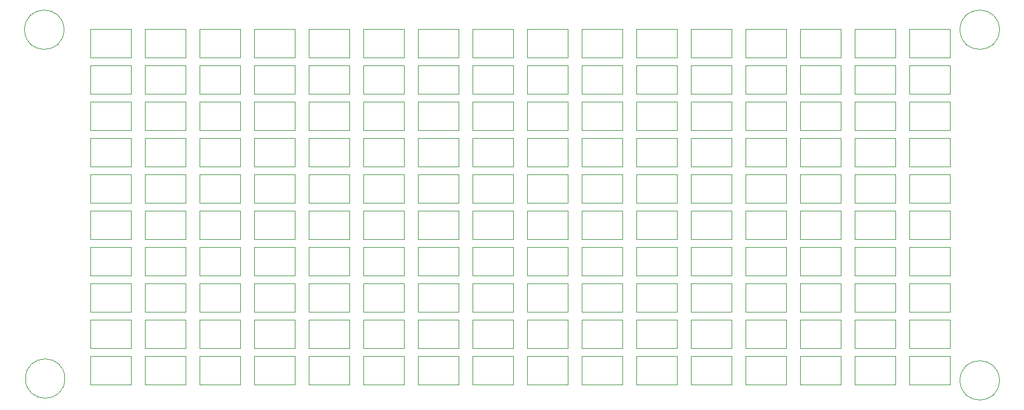
<source format=gbr>
G04 #@! TF.GenerationSoftware,KiCad,Pcbnew,(5.1.5-0-10_14)*
G04 #@! TF.CreationDate,2020-01-20T13:36:02-08:00*
G04 #@! TF.ProjectId,SpectrumAnayzerMini,53706563-7472-4756-9d41-6e61797a6572,rev?*
G04 #@! TF.SameCoordinates,Original*
G04 #@! TF.FileFunction,Other,User*
%FSLAX46Y46*%
G04 Gerber Fmt 4.6, Leading zero omitted, Abs format (unit mm)*
G04 Created by KiCad (PCBNEW (5.1.5-0-10_14)) date 2020-01-20 13:36:02*
%MOMM*%
%LPD*%
G04 APERTURE LIST*
%ADD10C,0.050000*%
G04 APERTURE END LIST*
D10*
X190748000Y-126143000D02*
X190748000Y-130143000D01*
X190748000Y-130143000D02*
X196348000Y-130143000D01*
X196348000Y-130143000D02*
X196348000Y-126143000D01*
X196348000Y-126143000D02*
X190748000Y-126143000D01*
X190748000Y-121063000D02*
X190748000Y-125063000D01*
X190748000Y-125063000D02*
X196348000Y-125063000D01*
X196348000Y-125063000D02*
X196348000Y-121063000D01*
X196348000Y-121063000D02*
X190748000Y-121063000D01*
X190748000Y-115983000D02*
X190748000Y-119983000D01*
X190748000Y-119983000D02*
X196348000Y-119983000D01*
X196348000Y-119983000D02*
X196348000Y-115983000D01*
X196348000Y-115983000D02*
X190748000Y-115983000D01*
X190748000Y-110903000D02*
X190748000Y-114903000D01*
X190748000Y-114903000D02*
X196348000Y-114903000D01*
X196348000Y-114903000D02*
X196348000Y-110903000D01*
X196348000Y-110903000D02*
X190748000Y-110903000D01*
X190748000Y-105823000D02*
X190748000Y-109823000D01*
X190748000Y-109823000D02*
X196348000Y-109823000D01*
X196348000Y-109823000D02*
X196348000Y-105823000D01*
X196348000Y-105823000D02*
X190748000Y-105823000D01*
X190748000Y-100743000D02*
X190748000Y-104743000D01*
X190748000Y-104743000D02*
X196348000Y-104743000D01*
X196348000Y-104743000D02*
X196348000Y-100743000D01*
X196348000Y-100743000D02*
X190748000Y-100743000D01*
X190748000Y-95663000D02*
X190748000Y-99663000D01*
X190748000Y-99663000D02*
X196348000Y-99663000D01*
X196348000Y-99663000D02*
X196348000Y-95663000D01*
X196348000Y-95663000D02*
X190748000Y-95663000D01*
X190748000Y-90583000D02*
X190748000Y-94583000D01*
X190748000Y-94583000D02*
X196348000Y-94583000D01*
X196348000Y-94583000D02*
X196348000Y-90583000D01*
X196348000Y-90583000D02*
X190748000Y-90583000D01*
X190748000Y-85503000D02*
X190748000Y-89503000D01*
X190748000Y-89503000D02*
X196348000Y-89503000D01*
X196348000Y-89503000D02*
X196348000Y-85503000D01*
X196348000Y-85503000D02*
X190748000Y-85503000D01*
X190748000Y-80423000D02*
X190748000Y-84423000D01*
X190748000Y-84423000D02*
X196348000Y-84423000D01*
X196348000Y-84423000D02*
X196348000Y-80423000D01*
X196348000Y-80423000D02*
X190748000Y-80423000D01*
X183128000Y-126143000D02*
X183128000Y-130143000D01*
X183128000Y-130143000D02*
X188728000Y-130143000D01*
X188728000Y-130143000D02*
X188728000Y-126143000D01*
X188728000Y-126143000D02*
X183128000Y-126143000D01*
X183128000Y-121063000D02*
X183128000Y-125063000D01*
X183128000Y-125063000D02*
X188728000Y-125063000D01*
X188728000Y-125063000D02*
X188728000Y-121063000D01*
X188728000Y-121063000D02*
X183128000Y-121063000D01*
X183128000Y-115983000D02*
X183128000Y-119983000D01*
X183128000Y-119983000D02*
X188728000Y-119983000D01*
X188728000Y-119983000D02*
X188728000Y-115983000D01*
X188728000Y-115983000D02*
X183128000Y-115983000D01*
X183128000Y-110903000D02*
X183128000Y-114903000D01*
X183128000Y-114903000D02*
X188728000Y-114903000D01*
X188728000Y-114903000D02*
X188728000Y-110903000D01*
X188728000Y-110903000D02*
X183128000Y-110903000D01*
X183128000Y-105823000D02*
X183128000Y-109823000D01*
X183128000Y-109823000D02*
X188728000Y-109823000D01*
X188728000Y-109823000D02*
X188728000Y-105823000D01*
X188728000Y-105823000D02*
X183128000Y-105823000D01*
X183128000Y-100743000D02*
X183128000Y-104743000D01*
X183128000Y-104743000D02*
X188728000Y-104743000D01*
X188728000Y-104743000D02*
X188728000Y-100743000D01*
X188728000Y-100743000D02*
X183128000Y-100743000D01*
X183128000Y-95663000D02*
X183128000Y-99663000D01*
X183128000Y-99663000D02*
X188728000Y-99663000D01*
X188728000Y-99663000D02*
X188728000Y-95663000D01*
X188728000Y-95663000D02*
X183128000Y-95663000D01*
X183128000Y-90583000D02*
X183128000Y-94583000D01*
X183128000Y-94583000D02*
X188728000Y-94583000D01*
X188728000Y-94583000D02*
X188728000Y-90583000D01*
X188728000Y-90583000D02*
X183128000Y-90583000D01*
X183128000Y-85503000D02*
X183128000Y-89503000D01*
X183128000Y-89503000D02*
X188728000Y-89503000D01*
X188728000Y-89503000D02*
X188728000Y-85503000D01*
X188728000Y-85503000D02*
X183128000Y-85503000D01*
X183128000Y-80423000D02*
X183128000Y-84423000D01*
X183128000Y-84423000D02*
X188728000Y-84423000D01*
X188728000Y-84423000D02*
X188728000Y-80423000D01*
X188728000Y-80423000D02*
X183128000Y-80423000D01*
X175508000Y-126143000D02*
X175508000Y-130143000D01*
X175508000Y-130143000D02*
X181108000Y-130143000D01*
X181108000Y-130143000D02*
X181108000Y-126143000D01*
X181108000Y-126143000D02*
X175508000Y-126143000D01*
X175508000Y-121063000D02*
X175508000Y-125063000D01*
X175508000Y-125063000D02*
X181108000Y-125063000D01*
X181108000Y-125063000D02*
X181108000Y-121063000D01*
X181108000Y-121063000D02*
X175508000Y-121063000D01*
X175508000Y-115983000D02*
X175508000Y-119983000D01*
X175508000Y-119983000D02*
X181108000Y-119983000D01*
X181108000Y-119983000D02*
X181108000Y-115983000D01*
X181108000Y-115983000D02*
X175508000Y-115983000D01*
X175508000Y-110903000D02*
X175508000Y-114903000D01*
X175508000Y-114903000D02*
X181108000Y-114903000D01*
X181108000Y-114903000D02*
X181108000Y-110903000D01*
X181108000Y-110903000D02*
X175508000Y-110903000D01*
X175508000Y-105823000D02*
X175508000Y-109823000D01*
X175508000Y-109823000D02*
X181108000Y-109823000D01*
X181108000Y-109823000D02*
X181108000Y-105823000D01*
X181108000Y-105823000D02*
X175508000Y-105823000D01*
X175508000Y-100743000D02*
X175508000Y-104743000D01*
X175508000Y-104743000D02*
X181108000Y-104743000D01*
X181108000Y-104743000D02*
X181108000Y-100743000D01*
X181108000Y-100743000D02*
X175508000Y-100743000D01*
X175508000Y-95663000D02*
X175508000Y-99663000D01*
X175508000Y-99663000D02*
X181108000Y-99663000D01*
X181108000Y-99663000D02*
X181108000Y-95663000D01*
X181108000Y-95663000D02*
X175508000Y-95663000D01*
X175508000Y-90583000D02*
X175508000Y-94583000D01*
X175508000Y-94583000D02*
X181108000Y-94583000D01*
X181108000Y-94583000D02*
X181108000Y-90583000D01*
X181108000Y-90583000D02*
X175508000Y-90583000D01*
X175508000Y-85503000D02*
X175508000Y-89503000D01*
X175508000Y-89503000D02*
X181108000Y-89503000D01*
X181108000Y-89503000D02*
X181108000Y-85503000D01*
X181108000Y-85503000D02*
X175508000Y-85503000D01*
X175508000Y-80423000D02*
X175508000Y-84423000D01*
X175508000Y-84423000D02*
X181108000Y-84423000D01*
X181108000Y-84423000D02*
X181108000Y-80423000D01*
X181108000Y-80423000D02*
X175508000Y-80423000D01*
X167888000Y-126143000D02*
X167888000Y-130143000D01*
X167888000Y-130143000D02*
X173488000Y-130143000D01*
X173488000Y-130143000D02*
X173488000Y-126143000D01*
X173488000Y-126143000D02*
X167888000Y-126143000D01*
X167888000Y-121063000D02*
X167888000Y-125063000D01*
X167888000Y-125063000D02*
X173488000Y-125063000D01*
X173488000Y-125063000D02*
X173488000Y-121063000D01*
X173488000Y-121063000D02*
X167888000Y-121063000D01*
X167888000Y-115983000D02*
X167888000Y-119983000D01*
X167888000Y-119983000D02*
X173488000Y-119983000D01*
X173488000Y-119983000D02*
X173488000Y-115983000D01*
X173488000Y-115983000D02*
X167888000Y-115983000D01*
X167888000Y-110903000D02*
X167888000Y-114903000D01*
X167888000Y-114903000D02*
X173488000Y-114903000D01*
X173488000Y-114903000D02*
X173488000Y-110903000D01*
X173488000Y-110903000D02*
X167888000Y-110903000D01*
X167888000Y-105823000D02*
X167888000Y-109823000D01*
X167888000Y-109823000D02*
X173488000Y-109823000D01*
X173488000Y-109823000D02*
X173488000Y-105823000D01*
X173488000Y-105823000D02*
X167888000Y-105823000D01*
X167888000Y-100743000D02*
X167888000Y-104743000D01*
X167888000Y-104743000D02*
X173488000Y-104743000D01*
X173488000Y-104743000D02*
X173488000Y-100743000D01*
X173488000Y-100743000D02*
X167888000Y-100743000D01*
X167888000Y-95663000D02*
X167888000Y-99663000D01*
X167888000Y-99663000D02*
X173488000Y-99663000D01*
X173488000Y-99663000D02*
X173488000Y-95663000D01*
X173488000Y-95663000D02*
X167888000Y-95663000D01*
X167888000Y-90583000D02*
X167888000Y-94583000D01*
X167888000Y-94583000D02*
X173488000Y-94583000D01*
X173488000Y-94583000D02*
X173488000Y-90583000D01*
X173488000Y-90583000D02*
X167888000Y-90583000D01*
X167888000Y-85503000D02*
X167888000Y-89503000D01*
X167888000Y-89503000D02*
X173488000Y-89503000D01*
X173488000Y-89503000D02*
X173488000Y-85503000D01*
X173488000Y-85503000D02*
X167888000Y-85503000D01*
X167888000Y-80423000D02*
X167888000Y-84423000D01*
X167888000Y-84423000D02*
X173488000Y-84423000D01*
X173488000Y-84423000D02*
X173488000Y-80423000D01*
X173488000Y-80423000D02*
X167888000Y-80423000D01*
X160268000Y-126143000D02*
X160268000Y-130143000D01*
X160268000Y-130143000D02*
X165868000Y-130143000D01*
X165868000Y-130143000D02*
X165868000Y-126143000D01*
X165868000Y-126143000D02*
X160268000Y-126143000D01*
X160268000Y-121063000D02*
X160268000Y-125063000D01*
X160268000Y-125063000D02*
X165868000Y-125063000D01*
X165868000Y-125063000D02*
X165868000Y-121063000D01*
X165868000Y-121063000D02*
X160268000Y-121063000D01*
X160268000Y-115983000D02*
X160268000Y-119983000D01*
X160268000Y-119983000D02*
X165868000Y-119983000D01*
X165868000Y-119983000D02*
X165868000Y-115983000D01*
X165868000Y-115983000D02*
X160268000Y-115983000D01*
X160268000Y-110903000D02*
X160268000Y-114903000D01*
X160268000Y-114903000D02*
X165868000Y-114903000D01*
X165868000Y-114903000D02*
X165868000Y-110903000D01*
X165868000Y-110903000D02*
X160268000Y-110903000D01*
X160268000Y-105823000D02*
X160268000Y-109823000D01*
X160268000Y-109823000D02*
X165868000Y-109823000D01*
X165868000Y-109823000D02*
X165868000Y-105823000D01*
X165868000Y-105823000D02*
X160268000Y-105823000D01*
X160268000Y-100743000D02*
X160268000Y-104743000D01*
X160268000Y-104743000D02*
X165868000Y-104743000D01*
X165868000Y-104743000D02*
X165868000Y-100743000D01*
X165868000Y-100743000D02*
X160268000Y-100743000D01*
X160268000Y-95663000D02*
X160268000Y-99663000D01*
X160268000Y-99663000D02*
X165868000Y-99663000D01*
X165868000Y-99663000D02*
X165868000Y-95663000D01*
X165868000Y-95663000D02*
X160268000Y-95663000D01*
X160268000Y-90583000D02*
X160268000Y-94583000D01*
X160268000Y-94583000D02*
X165868000Y-94583000D01*
X165868000Y-94583000D02*
X165868000Y-90583000D01*
X165868000Y-90583000D02*
X160268000Y-90583000D01*
X160268000Y-85503000D02*
X160268000Y-89503000D01*
X160268000Y-89503000D02*
X165868000Y-89503000D01*
X165868000Y-89503000D02*
X165868000Y-85503000D01*
X165868000Y-85503000D02*
X160268000Y-85503000D01*
X160268000Y-80423000D02*
X160268000Y-84423000D01*
X160268000Y-84423000D02*
X165868000Y-84423000D01*
X165868000Y-84423000D02*
X165868000Y-80423000D01*
X165868000Y-80423000D02*
X160268000Y-80423000D01*
X152648000Y-126143000D02*
X152648000Y-130143000D01*
X152648000Y-130143000D02*
X158248000Y-130143000D01*
X158248000Y-130143000D02*
X158248000Y-126143000D01*
X158248000Y-126143000D02*
X152648000Y-126143000D01*
X152648000Y-121063000D02*
X152648000Y-125063000D01*
X152648000Y-125063000D02*
X158248000Y-125063000D01*
X158248000Y-125063000D02*
X158248000Y-121063000D01*
X158248000Y-121063000D02*
X152648000Y-121063000D01*
X152648000Y-115983000D02*
X152648000Y-119983000D01*
X152648000Y-119983000D02*
X158248000Y-119983000D01*
X158248000Y-119983000D02*
X158248000Y-115983000D01*
X158248000Y-115983000D02*
X152648000Y-115983000D01*
X152648000Y-110903000D02*
X152648000Y-114903000D01*
X152648000Y-114903000D02*
X158248000Y-114903000D01*
X158248000Y-114903000D02*
X158248000Y-110903000D01*
X158248000Y-110903000D02*
X152648000Y-110903000D01*
X152648000Y-105823000D02*
X152648000Y-109823000D01*
X152648000Y-109823000D02*
X158248000Y-109823000D01*
X158248000Y-109823000D02*
X158248000Y-105823000D01*
X158248000Y-105823000D02*
X152648000Y-105823000D01*
X152648000Y-100743000D02*
X152648000Y-104743000D01*
X152648000Y-104743000D02*
X158248000Y-104743000D01*
X158248000Y-104743000D02*
X158248000Y-100743000D01*
X158248000Y-100743000D02*
X152648000Y-100743000D01*
X152648000Y-95663000D02*
X152648000Y-99663000D01*
X152648000Y-99663000D02*
X158248000Y-99663000D01*
X158248000Y-99663000D02*
X158248000Y-95663000D01*
X158248000Y-95663000D02*
X152648000Y-95663000D01*
X152648000Y-90583000D02*
X152648000Y-94583000D01*
X152648000Y-94583000D02*
X158248000Y-94583000D01*
X158248000Y-94583000D02*
X158248000Y-90583000D01*
X158248000Y-90583000D02*
X152648000Y-90583000D01*
X152648000Y-85503000D02*
X152648000Y-89503000D01*
X152648000Y-89503000D02*
X158248000Y-89503000D01*
X158248000Y-89503000D02*
X158248000Y-85503000D01*
X158248000Y-85503000D02*
X152648000Y-85503000D01*
X152648000Y-80423000D02*
X152648000Y-84423000D01*
X152648000Y-84423000D02*
X158248000Y-84423000D01*
X158248000Y-84423000D02*
X158248000Y-80423000D01*
X158248000Y-80423000D02*
X152648000Y-80423000D01*
X145028000Y-126143000D02*
X145028000Y-130143000D01*
X145028000Y-130143000D02*
X150628000Y-130143000D01*
X150628000Y-130143000D02*
X150628000Y-126143000D01*
X150628000Y-126143000D02*
X145028000Y-126143000D01*
X145028000Y-121063000D02*
X145028000Y-125063000D01*
X145028000Y-125063000D02*
X150628000Y-125063000D01*
X150628000Y-125063000D02*
X150628000Y-121063000D01*
X150628000Y-121063000D02*
X145028000Y-121063000D01*
X145028000Y-115983000D02*
X145028000Y-119983000D01*
X145028000Y-119983000D02*
X150628000Y-119983000D01*
X150628000Y-119983000D02*
X150628000Y-115983000D01*
X150628000Y-115983000D02*
X145028000Y-115983000D01*
X145028000Y-110903000D02*
X145028000Y-114903000D01*
X145028000Y-114903000D02*
X150628000Y-114903000D01*
X150628000Y-114903000D02*
X150628000Y-110903000D01*
X150628000Y-110903000D02*
X145028000Y-110903000D01*
X145028000Y-105823000D02*
X145028000Y-109823000D01*
X145028000Y-109823000D02*
X150628000Y-109823000D01*
X150628000Y-109823000D02*
X150628000Y-105823000D01*
X150628000Y-105823000D02*
X145028000Y-105823000D01*
X145028000Y-100743000D02*
X145028000Y-104743000D01*
X145028000Y-104743000D02*
X150628000Y-104743000D01*
X150628000Y-104743000D02*
X150628000Y-100743000D01*
X150628000Y-100743000D02*
X145028000Y-100743000D01*
X145028000Y-95663000D02*
X145028000Y-99663000D01*
X145028000Y-99663000D02*
X150628000Y-99663000D01*
X150628000Y-99663000D02*
X150628000Y-95663000D01*
X150628000Y-95663000D02*
X145028000Y-95663000D01*
X145028000Y-90583000D02*
X145028000Y-94583000D01*
X145028000Y-94583000D02*
X150628000Y-94583000D01*
X150628000Y-94583000D02*
X150628000Y-90583000D01*
X150628000Y-90583000D02*
X145028000Y-90583000D01*
X145028000Y-85503000D02*
X145028000Y-89503000D01*
X145028000Y-89503000D02*
X150628000Y-89503000D01*
X150628000Y-89503000D02*
X150628000Y-85503000D01*
X150628000Y-85503000D02*
X145028000Y-85503000D01*
X145028000Y-80423000D02*
X145028000Y-84423000D01*
X145028000Y-84423000D02*
X150628000Y-84423000D01*
X150628000Y-84423000D02*
X150628000Y-80423000D01*
X150628000Y-80423000D02*
X145028000Y-80423000D01*
X137408000Y-126143000D02*
X137408000Y-130143000D01*
X137408000Y-130143000D02*
X143008000Y-130143000D01*
X143008000Y-130143000D02*
X143008000Y-126143000D01*
X143008000Y-126143000D02*
X137408000Y-126143000D01*
X137408000Y-121063000D02*
X137408000Y-125063000D01*
X137408000Y-125063000D02*
X143008000Y-125063000D01*
X143008000Y-125063000D02*
X143008000Y-121063000D01*
X143008000Y-121063000D02*
X137408000Y-121063000D01*
X137408000Y-115983000D02*
X137408000Y-119983000D01*
X137408000Y-119983000D02*
X143008000Y-119983000D01*
X143008000Y-119983000D02*
X143008000Y-115983000D01*
X143008000Y-115983000D02*
X137408000Y-115983000D01*
X137408000Y-110903000D02*
X137408000Y-114903000D01*
X137408000Y-114903000D02*
X143008000Y-114903000D01*
X143008000Y-114903000D02*
X143008000Y-110903000D01*
X143008000Y-110903000D02*
X137408000Y-110903000D01*
X137408000Y-105823000D02*
X137408000Y-109823000D01*
X137408000Y-109823000D02*
X143008000Y-109823000D01*
X143008000Y-109823000D02*
X143008000Y-105823000D01*
X143008000Y-105823000D02*
X137408000Y-105823000D01*
X137408000Y-100743000D02*
X137408000Y-104743000D01*
X137408000Y-104743000D02*
X143008000Y-104743000D01*
X143008000Y-104743000D02*
X143008000Y-100743000D01*
X143008000Y-100743000D02*
X137408000Y-100743000D01*
X137408000Y-95663000D02*
X137408000Y-99663000D01*
X137408000Y-99663000D02*
X143008000Y-99663000D01*
X143008000Y-99663000D02*
X143008000Y-95663000D01*
X143008000Y-95663000D02*
X137408000Y-95663000D01*
X137408000Y-90583000D02*
X137408000Y-94583000D01*
X137408000Y-94583000D02*
X143008000Y-94583000D01*
X143008000Y-94583000D02*
X143008000Y-90583000D01*
X143008000Y-90583000D02*
X137408000Y-90583000D01*
X137408000Y-85503000D02*
X137408000Y-89503000D01*
X137408000Y-89503000D02*
X143008000Y-89503000D01*
X143008000Y-89503000D02*
X143008000Y-85503000D01*
X143008000Y-85503000D02*
X137408000Y-85503000D01*
X137408000Y-80423000D02*
X137408000Y-84423000D01*
X137408000Y-84423000D02*
X143008000Y-84423000D01*
X143008000Y-84423000D02*
X143008000Y-80423000D01*
X143008000Y-80423000D02*
X137408000Y-80423000D01*
X129788000Y-126143000D02*
X129788000Y-130143000D01*
X129788000Y-130143000D02*
X135388000Y-130143000D01*
X135388000Y-130143000D02*
X135388000Y-126143000D01*
X135388000Y-126143000D02*
X129788000Y-126143000D01*
X129788000Y-121063000D02*
X129788000Y-125063000D01*
X129788000Y-125063000D02*
X135388000Y-125063000D01*
X135388000Y-125063000D02*
X135388000Y-121063000D01*
X135388000Y-121063000D02*
X129788000Y-121063000D01*
X129788000Y-115983000D02*
X129788000Y-119983000D01*
X129788000Y-119983000D02*
X135388000Y-119983000D01*
X135388000Y-119983000D02*
X135388000Y-115983000D01*
X135388000Y-115983000D02*
X129788000Y-115983000D01*
X129788000Y-110903000D02*
X129788000Y-114903000D01*
X129788000Y-114903000D02*
X135388000Y-114903000D01*
X135388000Y-114903000D02*
X135388000Y-110903000D01*
X135388000Y-110903000D02*
X129788000Y-110903000D01*
X129788000Y-105823000D02*
X129788000Y-109823000D01*
X129788000Y-109823000D02*
X135388000Y-109823000D01*
X135388000Y-109823000D02*
X135388000Y-105823000D01*
X135388000Y-105823000D02*
X129788000Y-105823000D01*
X129788000Y-100743000D02*
X129788000Y-104743000D01*
X129788000Y-104743000D02*
X135388000Y-104743000D01*
X135388000Y-104743000D02*
X135388000Y-100743000D01*
X135388000Y-100743000D02*
X129788000Y-100743000D01*
X129788000Y-95663000D02*
X129788000Y-99663000D01*
X129788000Y-99663000D02*
X135388000Y-99663000D01*
X135388000Y-99663000D02*
X135388000Y-95663000D01*
X135388000Y-95663000D02*
X129788000Y-95663000D01*
X129788000Y-90583000D02*
X129788000Y-94583000D01*
X129788000Y-94583000D02*
X135388000Y-94583000D01*
X135388000Y-94583000D02*
X135388000Y-90583000D01*
X135388000Y-90583000D02*
X129788000Y-90583000D01*
X129788000Y-85503000D02*
X129788000Y-89503000D01*
X129788000Y-89503000D02*
X135388000Y-89503000D01*
X135388000Y-89503000D02*
X135388000Y-85503000D01*
X135388000Y-85503000D02*
X129788000Y-85503000D01*
X129788000Y-80423000D02*
X129788000Y-84423000D01*
X129788000Y-84423000D02*
X135388000Y-84423000D01*
X135388000Y-84423000D02*
X135388000Y-80423000D01*
X135388000Y-80423000D02*
X129788000Y-80423000D01*
X122168000Y-126143000D02*
X122168000Y-130143000D01*
X122168000Y-130143000D02*
X127768000Y-130143000D01*
X127768000Y-130143000D02*
X127768000Y-126143000D01*
X127768000Y-126143000D02*
X122168000Y-126143000D01*
X122168000Y-121063000D02*
X122168000Y-125063000D01*
X122168000Y-125063000D02*
X127768000Y-125063000D01*
X127768000Y-125063000D02*
X127768000Y-121063000D01*
X127768000Y-121063000D02*
X122168000Y-121063000D01*
X122168000Y-115983000D02*
X122168000Y-119983000D01*
X122168000Y-119983000D02*
X127768000Y-119983000D01*
X127768000Y-119983000D02*
X127768000Y-115983000D01*
X127768000Y-115983000D02*
X122168000Y-115983000D01*
X122168000Y-110903000D02*
X122168000Y-114903000D01*
X122168000Y-114903000D02*
X127768000Y-114903000D01*
X127768000Y-114903000D02*
X127768000Y-110903000D01*
X127768000Y-110903000D02*
X122168000Y-110903000D01*
X122168000Y-105823000D02*
X122168000Y-109823000D01*
X122168000Y-109823000D02*
X127768000Y-109823000D01*
X127768000Y-109823000D02*
X127768000Y-105823000D01*
X127768000Y-105823000D02*
X122168000Y-105823000D01*
X122168000Y-100743000D02*
X122168000Y-104743000D01*
X122168000Y-104743000D02*
X127768000Y-104743000D01*
X127768000Y-104743000D02*
X127768000Y-100743000D01*
X127768000Y-100743000D02*
X122168000Y-100743000D01*
X122168000Y-95663000D02*
X122168000Y-99663000D01*
X122168000Y-99663000D02*
X127768000Y-99663000D01*
X127768000Y-99663000D02*
X127768000Y-95663000D01*
X127768000Y-95663000D02*
X122168000Y-95663000D01*
X122168000Y-90583000D02*
X122168000Y-94583000D01*
X122168000Y-94583000D02*
X127768000Y-94583000D01*
X127768000Y-94583000D02*
X127768000Y-90583000D01*
X127768000Y-90583000D02*
X122168000Y-90583000D01*
X122168000Y-85503000D02*
X122168000Y-89503000D01*
X122168000Y-89503000D02*
X127768000Y-89503000D01*
X127768000Y-89503000D02*
X127768000Y-85503000D01*
X127768000Y-85503000D02*
X122168000Y-85503000D01*
X122168000Y-80423000D02*
X122168000Y-84423000D01*
X122168000Y-84423000D02*
X127768000Y-84423000D01*
X127768000Y-84423000D02*
X127768000Y-80423000D01*
X127768000Y-80423000D02*
X122168000Y-80423000D01*
X114548000Y-126143000D02*
X114548000Y-130143000D01*
X114548000Y-130143000D02*
X120148000Y-130143000D01*
X120148000Y-130143000D02*
X120148000Y-126143000D01*
X120148000Y-126143000D02*
X114548000Y-126143000D01*
X114548000Y-121063000D02*
X114548000Y-125063000D01*
X114548000Y-125063000D02*
X120148000Y-125063000D01*
X120148000Y-125063000D02*
X120148000Y-121063000D01*
X120148000Y-121063000D02*
X114548000Y-121063000D01*
X114548000Y-115983000D02*
X114548000Y-119983000D01*
X114548000Y-119983000D02*
X120148000Y-119983000D01*
X120148000Y-119983000D02*
X120148000Y-115983000D01*
X120148000Y-115983000D02*
X114548000Y-115983000D01*
X114548000Y-110903000D02*
X114548000Y-114903000D01*
X114548000Y-114903000D02*
X120148000Y-114903000D01*
X120148000Y-114903000D02*
X120148000Y-110903000D01*
X120148000Y-110903000D02*
X114548000Y-110903000D01*
X114548000Y-105823000D02*
X114548000Y-109823000D01*
X114548000Y-109823000D02*
X120148000Y-109823000D01*
X120148000Y-109823000D02*
X120148000Y-105823000D01*
X120148000Y-105823000D02*
X114548000Y-105823000D01*
X114548000Y-100743000D02*
X114548000Y-104743000D01*
X114548000Y-104743000D02*
X120148000Y-104743000D01*
X120148000Y-104743000D02*
X120148000Y-100743000D01*
X120148000Y-100743000D02*
X114548000Y-100743000D01*
X114548000Y-95663000D02*
X114548000Y-99663000D01*
X114548000Y-99663000D02*
X120148000Y-99663000D01*
X120148000Y-99663000D02*
X120148000Y-95663000D01*
X120148000Y-95663000D02*
X114548000Y-95663000D01*
X114548000Y-90583000D02*
X114548000Y-94583000D01*
X114548000Y-94583000D02*
X120148000Y-94583000D01*
X120148000Y-94583000D02*
X120148000Y-90583000D01*
X120148000Y-90583000D02*
X114548000Y-90583000D01*
X114548000Y-85503000D02*
X114548000Y-89503000D01*
X114548000Y-89503000D02*
X120148000Y-89503000D01*
X120148000Y-89503000D02*
X120148000Y-85503000D01*
X120148000Y-85503000D02*
X114548000Y-85503000D01*
X114548000Y-80423000D02*
X114548000Y-84423000D01*
X114548000Y-84423000D02*
X120148000Y-84423000D01*
X120148000Y-84423000D02*
X120148000Y-80423000D01*
X120148000Y-80423000D02*
X114548000Y-80423000D01*
X106928000Y-126143000D02*
X106928000Y-130143000D01*
X106928000Y-130143000D02*
X112528000Y-130143000D01*
X112528000Y-130143000D02*
X112528000Y-126143000D01*
X112528000Y-126143000D02*
X106928000Y-126143000D01*
X106928000Y-121063000D02*
X106928000Y-125063000D01*
X106928000Y-125063000D02*
X112528000Y-125063000D01*
X112528000Y-125063000D02*
X112528000Y-121063000D01*
X112528000Y-121063000D02*
X106928000Y-121063000D01*
X106928000Y-115983000D02*
X106928000Y-119983000D01*
X106928000Y-119983000D02*
X112528000Y-119983000D01*
X112528000Y-119983000D02*
X112528000Y-115983000D01*
X112528000Y-115983000D02*
X106928000Y-115983000D01*
X106928000Y-110903000D02*
X106928000Y-114903000D01*
X106928000Y-114903000D02*
X112528000Y-114903000D01*
X112528000Y-114903000D02*
X112528000Y-110903000D01*
X112528000Y-110903000D02*
X106928000Y-110903000D01*
X106928000Y-105823000D02*
X106928000Y-109823000D01*
X106928000Y-109823000D02*
X112528000Y-109823000D01*
X112528000Y-109823000D02*
X112528000Y-105823000D01*
X112528000Y-105823000D02*
X106928000Y-105823000D01*
X106928000Y-100743000D02*
X106928000Y-104743000D01*
X106928000Y-104743000D02*
X112528000Y-104743000D01*
X112528000Y-104743000D02*
X112528000Y-100743000D01*
X112528000Y-100743000D02*
X106928000Y-100743000D01*
X106928000Y-95663000D02*
X106928000Y-99663000D01*
X106928000Y-99663000D02*
X112528000Y-99663000D01*
X112528000Y-99663000D02*
X112528000Y-95663000D01*
X112528000Y-95663000D02*
X106928000Y-95663000D01*
X106928000Y-90583000D02*
X106928000Y-94583000D01*
X106928000Y-94583000D02*
X112528000Y-94583000D01*
X112528000Y-94583000D02*
X112528000Y-90583000D01*
X112528000Y-90583000D02*
X106928000Y-90583000D01*
X106928000Y-85503000D02*
X106928000Y-89503000D01*
X106928000Y-89503000D02*
X112528000Y-89503000D01*
X112528000Y-89503000D02*
X112528000Y-85503000D01*
X112528000Y-85503000D02*
X106928000Y-85503000D01*
X106928000Y-80423000D02*
X106928000Y-84423000D01*
X106928000Y-84423000D02*
X112528000Y-84423000D01*
X112528000Y-84423000D02*
X112528000Y-80423000D01*
X112528000Y-80423000D02*
X106928000Y-80423000D01*
X99308000Y-126143000D02*
X99308000Y-130143000D01*
X99308000Y-130143000D02*
X104908000Y-130143000D01*
X104908000Y-130143000D02*
X104908000Y-126143000D01*
X104908000Y-126143000D02*
X99308000Y-126143000D01*
X99308000Y-121063000D02*
X99308000Y-125063000D01*
X99308000Y-125063000D02*
X104908000Y-125063000D01*
X104908000Y-125063000D02*
X104908000Y-121063000D01*
X104908000Y-121063000D02*
X99308000Y-121063000D01*
X99308000Y-115983000D02*
X99308000Y-119983000D01*
X99308000Y-119983000D02*
X104908000Y-119983000D01*
X104908000Y-119983000D02*
X104908000Y-115983000D01*
X104908000Y-115983000D02*
X99308000Y-115983000D01*
X99308000Y-110903000D02*
X99308000Y-114903000D01*
X99308000Y-114903000D02*
X104908000Y-114903000D01*
X104908000Y-114903000D02*
X104908000Y-110903000D01*
X104908000Y-110903000D02*
X99308000Y-110903000D01*
X99308000Y-105823000D02*
X99308000Y-109823000D01*
X99308000Y-109823000D02*
X104908000Y-109823000D01*
X104908000Y-109823000D02*
X104908000Y-105823000D01*
X104908000Y-105823000D02*
X99308000Y-105823000D01*
X99308000Y-100743000D02*
X99308000Y-104743000D01*
X99308000Y-104743000D02*
X104908000Y-104743000D01*
X104908000Y-104743000D02*
X104908000Y-100743000D01*
X104908000Y-100743000D02*
X99308000Y-100743000D01*
X99308000Y-95663000D02*
X99308000Y-99663000D01*
X99308000Y-99663000D02*
X104908000Y-99663000D01*
X104908000Y-99663000D02*
X104908000Y-95663000D01*
X104908000Y-95663000D02*
X99308000Y-95663000D01*
X99308000Y-90583000D02*
X99308000Y-94583000D01*
X99308000Y-94583000D02*
X104908000Y-94583000D01*
X104908000Y-94583000D02*
X104908000Y-90583000D01*
X104908000Y-90583000D02*
X99308000Y-90583000D01*
X99308000Y-85503000D02*
X99308000Y-89503000D01*
X99308000Y-89503000D02*
X104908000Y-89503000D01*
X104908000Y-89503000D02*
X104908000Y-85503000D01*
X104908000Y-85503000D02*
X99308000Y-85503000D01*
X99308000Y-80423000D02*
X99308000Y-84423000D01*
X99308000Y-84423000D02*
X104908000Y-84423000D01*
X104908000Y-84423000D02*
X104908000Y-80423000D01*
X104908000Y-80423000D02*
X99308000Y-80423000D01*
X91688000Y-126143000D02*
X91688000Y-130143000D01*
X91688000Y-130143000D02*
X97288000Y-130143000D01*
X97288000Y-130143000D02*
X97288000Y-126143000D01*
X97288000Y-126143000D02*
X91688000Y-126143000D01*
X91688000Y-121063000D02*
X91688000Y-125063000D01*
X91688000Y-125063000D02*
X97288000Y-125063000D01*
X97288000Y-125063000D02*
X97288000Y-121063000D01*
X97288000Y-121063000D02*
X91688000Y-121063000D01*
X91688000Y-115983000D02*
X91688000Y-119983000D01*
X91688000Y-119983000D02*
X97288000Y-119983000D01*
X97288000Y-119983000D02*
X97288000Y-115983000D01*
X97288000Y-115983000D02*
X91688000Y-115983000D01*
X91688000Y-110903000D02*
X91688000Y-114903000D01*
X91688000Y-114903000D02*
X97288000Y-114903000D01*
X97288000Y-114903000D02*
X97288000Y-110903000D01*
X97288000Y-110903000D02*
X91688000Y-110903000D01*
X91688000Y-105823000D02*
X91688000Y-109823000D01*
X91688000Y-109823000D02*
X97288000Y-109823000D01*
X97288000Y-109823000D02*
X97288000Y-105823000D01*
X97288000Y-105823000D02*
X91688000Y-105823000D01*
X91688000Y-100743000D02*
X91688000Y-104743000D01*
X91688000Y-104743000D02*
X97288000Y-104743000D01*
X97288000Y-104743000D02*
X97288000Y-100743000D01*
X97288000Y-100743000D02*
X91688000Y-100743000D01*
X91688000Y-95663000D02*
X91688000Y-99663000D01*
X91688000Y-99663000D02*
X97288000Y-99663000D01*
X97288000Y-99663000D02*
X97288000Y-95663000D01*
X97288000Y-95663000D02*
X91688000Y-95663000D01*
X91688000Y-90583000D02*
X91688000Y-94583000D01*
X91688000Y-94583000D02*
X97288000Y-94583000D01*
X97288000Y-94583000D02*
X97288000Y-90583000D01*
X97288000Y-90583000D02*
X91688000Y-90583000D01*
X91688000Y-85503000D02*
X91688000Y-89503000D01*
X91688000Y-89503000D02*
X97288000Y-89503000D01*
X97288000Y-89503000D02*
X97288000Y-85503000D01*
X97288000Y-85503000D02*
X91688000Y-85503000D01*
X91688000Y-80423000D02*
X91688000Y-84423000D01*
X91688000Y-84423000D02*
X97288000Y-84423000D01*
X97288000Y-84423000D02*
X97288000Y-80423000D01*
X97288000Y-80423000D02*
X91688000Y-80423000D01*
X84068000Y-126143000D02*
X84068000Y-130143000D01*
X84068000Y-130143000D02*
X89668000Y-130143000D01*
X89668000Y-130143000D02*
X89668000Y-126143000D01*
X89668000Y-126143000D02*
X84068000Y-126143000D01*
X84068000Y-121063000D02*
X84068000Y-125063000D01*
X84068000Y-125063000D02*
X89668000Y-125063000D01*
X89668000Y-125063000D02*
X89668000Y-121063000D01*
X89668000Y-121063000D02*
X84068000Y-121063000D01*
X84068000Y-115983000D02*
X84068000Y-119983000D01*
X84068000Y-119983000D02*
X89668000Y-119983000D01*
X89668000Y-119983000D02*
X89668000Y-115983000D01*
X89668000Y-115983000D02*
X84068000Y-115983000D01*
X84068000Y-110903000D02*
X84068000Y-114903000D01*
X84068000Y-114903000D02*
X89668000Y-114903000D01*
X89668000Y-114903000D02*
X89668000Y-110903000D01*
X89668000Y-110903000D02*
X84068000Y-110903000D01*
X84068000Y-105823000D02*
X84068000Y-109823000D01*
X84068000Y-109823000D02*
X89668000Y-109823000D01*
X89668000Y-109823000D02*
X89668000Y-105823000D01*
X89668000Y-105823000D02*
X84068000Y-105823000D01*
X84068000Y-100743000D02*
X84068000Y-104743000D01*
X84068000Y-104743000D02*
X89668000Y-104743000D01*
X89668000Y-104743000D02*
X89668000Y-100743000D01*
X89668000Y-100743000D02*
X84068000Y-100743000D01*
X84068000Y-95663000D02*
X84068000Y-99663000D01*
X84068000Y-99663000D02*
X89668000Y-99663000D01*
X89668000Y-99663000D02*
X89668000Y-95663000D01*
X89668000Y-95663000D02*
X84068000Y-95663000D01*
X84068000Y-90583000D02*
X84068000Y-94583000D01*
X84068000Y-94583000D02*
X89668000Y-94583000D01*
X89668000Y-94583000D02*
X89668000Y-90583000D01*
X89668000Y-90583000D02*
X84068000Y-90583000D01*
X84068000Y-85503000D02*
X84068000Y-89503000D01*
X84068000Y-89503000D02*
X89668000Y-89503000D01*
X89668000Y-89503000D02*
X89668000Y-85503000D01*
X89668000Y-85503000D02*
X84068000Y-85503000D01*
X84068000Y-80423000D02*
X84068000Y-84423000D01*
X84068000Y-84423000D02*
X89668000Y-84423000D01*
X89668000Y-84423000D02*
X89668000Y-80423000D01*
X89668000Y-80423000D02*
X84068000Y-80423000D01*
X76448000Y-126143000D02*
X76448000Y-130143000D01*
X76448000Y-130143000D02*
X82048000Y-130143000D01*
X82048000Y-130143000D02*
X82048000Y-126143000D01*
X82048000Y-126143000D02*
X76448000Y-126143000D01*
X76448000Y-121063000D02*
X76448000Y-125063000D01*
X76448000Y-125063000D02*
X82048000Y-125063000D01*
X82048000Y-125063000D02*
X82048000Y-121063000D01*
X82048000Y-121063000D02*
X76448000Y-121063000D01*
X76448000Y-115983000D02*
X76448000Y-119983000D01*
X76448000Y-119983000D02*
X82048000Y-119983000D01*
X82048000Y-119983000D02*
X82048000Y-115983000D01*
X82048000Y-115983000D02*
X76448000Y-115983000D01*
X76448000Y-110903000D02*
X76448000Y-114903000D01*
X76448000Y-114903000D02*
X82048000Y-114903000D01*
X82048000Y-114903000D02*
X82048000Y-110903000D01*
X82048000Y-110903000D02*
X76448000Y-110903000D01*
X76448000Y-105823000D02*
X76448000Y-109823000D01*
X76448000Y-109823000D02*
X82048000Y-109823000D01*
X82048000Y-109823000D02*
X82048000Y-105823000D01*
X82048000Y-105823000D02*
X76448000Y-105823000D01*
X76448000Y-100743000D02*
X76448000Y-104743000D01*
X76448000Y-104743000D02*
X82048000Y-104743000D01*
X82048000Y-104743000D02*
X82048000Y-100743000D01*
X82048000Y-100743000D02*
X76448000Y-100743000D01*
X76448000Y-95663000D02*
X76448000Y-99663000D01*
X76448000Y-99663000D02*
X82048000Y-99663000D01*
X82048000Y-99663000D02*
X82048000Y-95663000D01*
X82048000Y-95663000D02*
X76448000Y-95663000D01*
X76448000Y-90583000D02*
X76448000Y-94583000D01*
X76448000Y-94583000D02*
X82048000Y-94583000D01*
X82048000Y-94583000D02*
X82048000Y-90583000D01*
X82048000Y-90583000D02*
X76448000Y-90583000D01*
X76448000Y-85503000D02*
X76448000Y-89503000D01*
X76448000Y-89503000D02*
X82048000Y-89503000D01*
X82048000Y-89503000D02*
X82048000Y-85503000D01*
X82048000Y-85503000D02*
X76448000Y-85503000D01*
X76448000Y-80423000D02*
X76448000Y-84423000D01*
X76448000Y-84423000D02*
X82048000Y-84423000D01*
X82048000Y-84423000D02*
X82048000Y-80423000D01*
X82048000Y-80423000D02*
X76448000Y-80423000D01*
X203283000Y-129540000D02*
G75*
G03X203283000Y-129540000I-2750000J0D01*
G01*
X203283000Y-80518000D02*
G75*
G03X203283000Y-80518000I-2750000J0D01*
G01*
X72854000Y-129286000D02*
G75*
G03X72854000Y-129286000I-2750000J0D01*
G01*
X72727000Y-80518000D02*
G75*
G03X72727000Y-80518000I-2750000J0D01*
G01*
M02*

</source>
